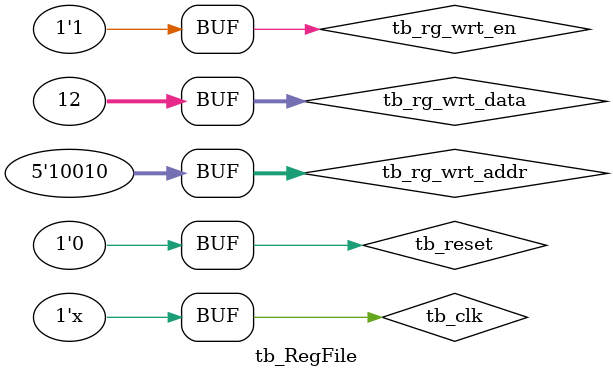
<source format=v>
`timescale 1ns / 1ps

module tb_RegFile;
    reg tb_reset; 
    reg tb_clk; 
    reg tb_rg_wrt_en; 
    reg [4:0] tb_rg_wrt_addr,tb_rg_rd_addr1, tb_rg_rd_addr2;
    reg [31:0] tb_rg_wrt_data;
    wire [31:0] tb_rg_rd_data2, tb_rg_rd_data1;
    
    RegFile uut(
        .reset(tb_reset),
        .clk(tb_clk),
        .rg_wrt_en(tb_rg_wrt_en),
        .rg_wrt_addr(tb_rg_wrt_addr),
        .rg_rd_addr1(tb_rg_rd_addr1),
        .rg_rd_addr2(tb_rg_rd_addr2),
        .rg_wrt_data(tb_rg_wrt_data),
        .rg_rd_data1(tb_rg_rd_data1),
        .rg_rd_data2(tb_rg_rd_data2)  
   );
    
always #5 tb_clk = ~tb_clk;

initial begin
       tb_clk = 0; 
        tb_reset = 1;
        #100; 
        tb_reset = 0;
        #10;
        tb_rg_wrt_en = 1;
        tb_rg_wrt_addr = 8'h12;
        tb_rg_wrt_data = 12;
   end
endmodule

</source>
